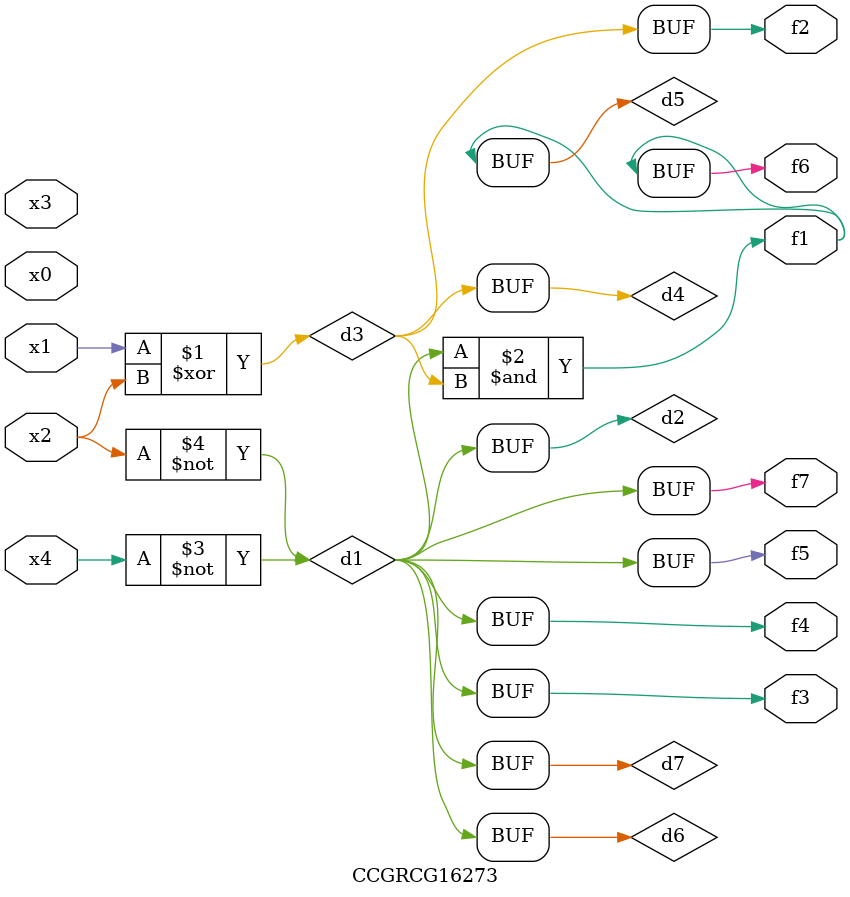
<source format=v>
module CCGRCG16273(
	input x0, x1, x2, x3, x4,
	output f1, f2, f3, f4, f5, f6, f7
);

	wire d1, d2, d3, d4, d5, d6, d7;

	not (d1, x4);
	not (d2, x2);
	xor (d3, x1, x2);
	buf (d4, d3);
	and (d5, d1, d3);
	buf (d6, d1, d2);
	buf (d7, d2);
	assign f1 = d5;
	assign f2 = d4;
	assign f3 = d7;
	assign f4 = d7;
	assign f5 = d7;
	assign f6 = d5;
	assign f7 = d7;
endmodule

</source>
